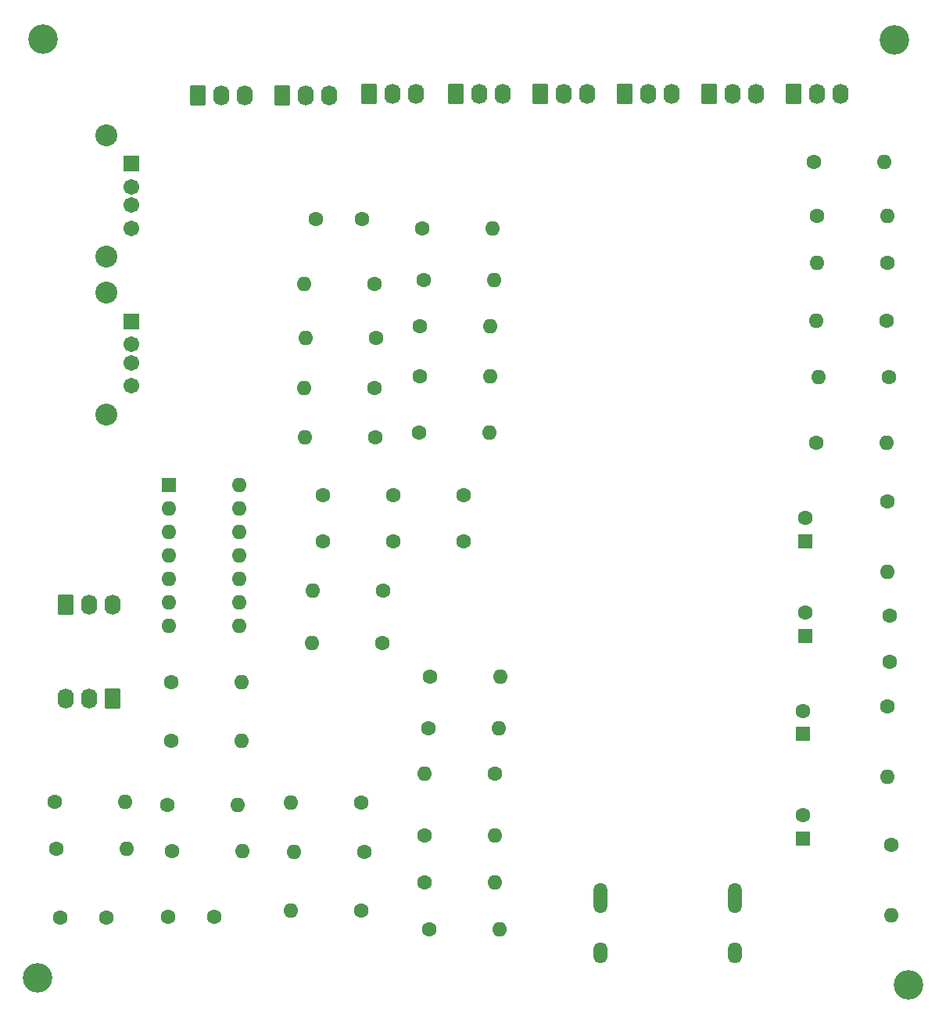
<source format=gbr>
%TF.GenerationSoftware,KiCad,Pcbnew,8.0.4*%
%TF.CreationDate,2024-10-28T16:26:41-05:00*%
%TF.ProjectId,String-Drum-Synthesizer,53747269-6e67-42d4-9472-756d2d53796e,rev?*%
%TF.SameCoordinates,Original*%
%TF.FileFunction,Soldermask,Bot*%
%TF.FilePolarity,Negative*%
%FSLAX46Y46*%
G04 Gerber Fmt 4.6, Leading zero omitted, Abs format (unit mm)*
G04 Created by KiCad (PCBNEW 8.0.4) date 2024-10-28 16:26:41*
%MOMM*%
%LPD*%
G01*
G04 APERTURE LIST*
G04 Aperture macros list*
%AMRoundRect*
0 Rectangle with rounded corners*
0 $1 Rounding radius*
0 $2 $3 $4 $5 $6 $7 $8 $9 X,Y pos of 4 corners*
0 Add a 4 corners polygon primitive as box body*
4,1,4,$2,$3,$4,$5,$6,$7,$8,$9,$2,$3,0*
0 Add four circle primitives for the rounded corners*
1,1,$1+$1,$2,$3*
1,1,$1+$1,$4,$5*
1,1,$1+$1,$6,$7*
1,1,$1+$1,$8,$9*
0 Add four rect primitives between the rounded corners*
20,1,$1+$1,$2,$3,$4,$5,0*
20,1,$1+$1,$4,$5,$6,$7,0*
20,1,$1+$1,$6,$7,$8,$9,0*
20,1,$1+$1,$8,$9,$2,$3,0*%
G04 Aperture macros list end*
%ADD10O,1.500000X3.300000*%
%ADD11O,1.500000X2.300000*%
%ADD12RoundRect,0.250000X-0.620000X-0.845000X0.620000X-0.845000X0.620000X0.845000X-0.620000X0.845000X0*%
%ADD13O,1.740000X2.190000*%
%ADD14C,1.600000*%
%ADD15O,1.600000X1.600000*%
%ADD16R,1.600000X1.600000*%
%ADD17C,3.200000*%
%ADD18RoundRect,0.250000X0.620000X0.845000X-0.620000X0.845000X-0.620000X-0.845000X0.620000X-0.845000X0*%
%ADD19C,2.380000*%
%ADD20RoundRect,0.102000X-0.754000X0.754000X-0.754000X-0.754000X0.754000X-0.754000X0.754000X0.754000X0*%
%ADD21C,1.712000*%
G04 APERTURE END LIST*
D10*
%TO.C,J1*%
X190583000Y-123315000D03*
X176083000Y-123315000D03*
D11*
X190583000Y-129275000D03*
X176083000Y-129275000D03*
%TD*%
D12*
%TO.C,Pot7*%
X132461000Y-36449000D03*
D13*
X135001000Y-36449000D03*
X137541000Y-36449000D03*
%TD*%
D14*
%TO.C,C9*%
X150253000Y-49861500D03*
X145253000Y-49861500D03*
%TD*%
%TO.C,R18*%
X151563000Y-56846500D03*
D15*
X143943000Y-56846500D03*
%TD*%
D14*
%TO.C,R6*%
X207518000Y-117602000D03*
D15*
X207518000Y-125222000D03*
%TD*%
D14*
%TO.C,R16*%
X207137000Y-102616000D03*
D15*
X207137000Y-110236000D03*
%TD*%
D16*
%TO.C,C7*%
X198247000Y-84709000D03*
D14*
X198247000Y-82209000D03*
%TD*%
%TO.C,R32*%
X156972000Y-116586000D03*
D15*
X164592000Y-116586000D03*
%TD*%
D17*
%TO.C,H3*%
X115062000Y-131953000D03*
%TD*%
D14*
%TO.C,R35*%
X199390000Y-74069000D03*
D15*
X207010000Y-74069000D03*
%TD*%
D14*
%TO.C,R15*%
X156389000Y-72975500D03*
D15*
X164009000Y-72975500D03*
%TD*%
D16*
%TO.C,C6*%
X198247000Y-94956000D03*
D14*
X198247000Y-92456000D03*
%TD*%
D12*
%TO.C,Pot5*%
X151003000Y-36322000D03*
D13*
X153543000Y-36322000D03*
X156083000Y-36322000D03*
%TD*%
D16*
%TO.C,C4*%
X197993000Y-105565606D03*
D14*
X197993000Y-103065606D03*
%TD*%
%TO.C,R21*%
X156897000Y-56465500D03*
D15*
X164517000Y-56465500D03*
%TD*%
D18*
%TO.C,AudioJack1*%
X123190000Y-101727000D03*
D13*
X120650000Y-101727000D03*
X118110000Y-101727000D03*
%TD*%
D14*
%TO.C,R19*%
X156770000Y-50877500D03*
D15*
X164390000Y-50877500D03*
%TD*%
D14*
%TO.C,R31*%
X156972000Y-121666000D03*
D15*
X164592000Y-121666000D03*
%TD*%
D12*
%TO.C,Pot4*%
X160401000Y-36322000D03*
D13*
X162941000Y-36322000D03*
X165481000Y-36322000D03*
%TD*%
D14*
%TO.C,C8*%
X207391000Y-97750000D03*
X207391000Y-92750000D03*
%TD*%
%TO.C,R3*%
X129540000Y-106299000D03*
D15*
X137160000Y-106299000D03*
%TD*%
%TO.C,R33*%
X206756000Y-43688000D03*
D14*
X199136000Y-43688000D03*
%TD*%
D16*
%TO.C,C2*%
X197993000Y-116868606D03*
D14*
X197993000Y-114368606D03*
%TD*%
%TO.C,R4*%
X150114000Y-113030000D03*
D15*
X142494000Y-113030000D03*
%TD*%
D14*
%TO.C,C5*%
X145975000Y-84746500D03*
X145975000Y-79746500D03*
%TD*%
D19*
%TO.C,KeyboardUSBPort1*%
X122555000Y-57819000D03*
X122555000Y-70959000D03*
D20*
X125265000Y-60889000D03*
D21*
X125265000Y-63389000D03*
X125265000Y-65389000D03*
X125265000Y-67889000D03*
%TD*%
D14*
%TO.C,R1*%
X152452000Y-95708500D03*
D15*
X144832000Y-95708500D03*
%TD*%
D17*
%TO.C,H1*%
X115697000Y-30353000D03*
%TD*%
D14*
%TO.C,R10*%
X156516000Y-66879500D03*
D15*
X164136000Y-66879500D03*
%TD*%
D17*
%TO.C,H4*%
X209423000Y-132715000D03*
%TD*%
D14*
%TO.C,R25*%
X199517000Y-49530000D03*
D15*
X207137000Y-49530000D03*
%TD*%
D14*
%TO.C,C3*%
X153595000Y-84746500D03*
X153595000Y-79746500D03*
%TD*%
%TO.C,R30*%
X129540000Y-99949000D03*
D15*
X137160000Y-99949000D03*
%TD*%
D14*
%TO.C,C1*%
X161215000Y-84746500D03*
X161215000Y-79746500D03*
%TD*%
%TO.C,R14*%
X164592000Y-109855000D03*
D15*
X156972000Y-109855000D03*
%TD*%
D12*
%TO.C,Pot8*%
X118110000Y-91567000D03*
D13*
X120650000Y-91567000D03*
X123190000Y-91567000D03*
%TD*%
D12*
%TO.C,Pot2*%
X178689000Y-36302000D03*
D13*
X181229000Y-36302000D03*
X183769000Y-36302000D03*
%TD*%
D12*
%TO.C,Pot3*%
X169545000Y-36302000D03*
D13*
X172085000Y-36302000D03*
X174625000Y-36302000D03*
%TD*%
D14*
%TO.C,R13*%
X207137000Y-80391000D03*
D15*
X207137000Y-88011000D03*
%TD*%
D19*
%TO.C,ProgrammableUSBPort1*%
X122555000Y-40757500D03*
X122555000Y-53897500D03*
D20*
X125265000Y-43827500D03*
D21*
X125265000Y-46327500D03*
X125265000Y-48327500D03*
X125265000Y-50827500D03*
%TD*%
D14*
%TO.C,R17*%
X116967000Y-112903000D03*
D15*
X124587000Y-112903000D03*
%TD*%
D12*
%TO.C,Pot1*%
X187833000Y-36302000D03*
D13*
X190373000Y-36302000D03*
X192913000Y-36302000D03*
%TD*%
D14*
%TO.C,R27*%
X117094000Y-117983000D03*
D15*
X124714000Y-117983000D03*
%TD*%
D14*
%TO.C,C12*%
X117515000Y-125476000D03*
X122515000Y-125476000D03*
%TD*%
D12*
%TO.C,Pot0*%
X196977000Y-36302000D03*
D13*
X199517000Y-36302000D03*
X202057000Y-36302000D03*
%TD*%
D14*
%TO.C,R8*%
X151638000Y-73483500D03*
D15*
X144018000Y-73483500D03*
%TD*%
D14*
%TO.C,R2*%
X152527000Y-90043000D03*
D15*
X144907000Y-90043000D03*
%TD*%
D14*
%TO.C,R29*%
X129667000Y-118237000D03*
D15*
X137287000Y-118237000D03*
%TD*%
D16*
%TO.C,Op-Amp*%
X129296000Y-78608000D03*
D15*
X129296000Y-81148000D03*
X129296000Y-83688000D03*
X129296000Y-86228000D03*
X129296000Y-88768000D03*
X129296000Y-91308000D03*
X129296000Y-93848000D03*
X136916000Y-93848000D03*
X136916000Y-91308000D03*
X136916000Y-88768000D03*
X136916000Y-86228000D03*
X136916000Y-83688000D03*
X136916000Y-81148000D03*
X136916000Y-78608000D03*
%TD*%
D14*
%TO.C,R34*%
X207010000Y-60833000D03*
D15*
X199390000Y-60833000D03*
%TD*%
D14*
%TO.C,R23*%
X156516000Y-61418500D03*
D15*
X164136000Y-61418500D03*
%TD*%
D14*
%TO.C,R7*%
X150114000Y-124714000D03*
D15*
X142494000Y-124714000D03*
%TD*%
D14*
%TO.C,R26*%
X207264000Y-66957000D03*
D15*
X199644000Y-66957000D03*
%TD*%
D14*
%TO.C,R22*%
X151563000Y-68149500D03*
D15*
X143943000Y-68149500D03*
%TD*%
D17*
%TO.C,H2*%
X207899000Y-30480000D03*
%TD*%
D12*
%TO.C,Pot6*%
X141605000Y-36429000D03*
D13*
X144145000Y-36429000D03*
X146685000Y-36429000D03*
%TD*%
D14*
%TO.C,C11*%
X134199000Y-125349000D03*
X129199000Y-125349000D03*
%TD*%
%TO.C,R12*%
X157428000Y-104991500D03*
D15*
X165048000Y-104991500D03*
%TD*%
D14*
%TO.C,R20*%
X151742000Y-62688500D03*
D15*
X144122000Y-62688500D03*
%TD*%
D14*
%TO.C,R24*%
X207137000Y-54610000D03*
D15*
X199517000Y-54610000D03*
%TD*%
D14*
%TO.C,R28*%
X150495000Y-118364000D03*
D15*
X142875000Y-118364000D03*
%TD*%
D14*
%TO.C,R9*%
X157480000Y-126746000D03*
D15*
X165100000Y-126746000D03*
%TD*%
D14*
%TO.C,R5*%
X129159000Y-113284000D03*
D15*
X136779000Y-113284000D03*
%TD*%
D14*
%TO.C,R11*%
X157555000Y-99403500D03*
D15*
X165175000Y-99403500D03*
%TD*%
M02*

</source>
